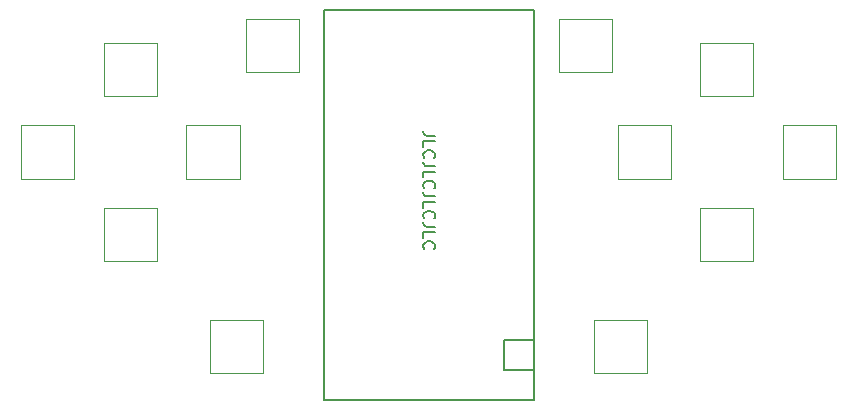
<source format=gto>
G04 #@! TF.GenerationSoftware,KiCad,Pcbnew,(6.0.8)*
G04 #@! TF.CreationDate,2023-06-20T19:58:12+10:00*
G04 #@! TF.ProjectId,thorny_devil,74686f72-6e79-45f6-9465-76696c2e6b69,rev?*
G04 #@! TF.SameCoordinates,Original*
G04 #@! TF.FileFunction,Legend,Top*
G04 #@! TF.FilePolarity,Positive*
%FSLAX46Y46*%
G04 Gerber Fmt 4.6, Leading zero omitted, Abs format (unit mm)*
G04 Created by KiCad (PCBNEW (6.0.8)) date 2023-06-20 19:58:12*
%MOMM*%
%LPD*%
G01*
G04 APERTURE LIST*
%ADD10C,0.150000*%
%ADD11C,0.120000*%
%ADD12C,1.752600*%
%ADD13R,1.752600X1.752600*%
%ADD14C,0.300000*%
%ADD15C,0.052500*%
%ADD16O,1.600000X1.600000*%
G04 APERTURE END LIST*
D10*
X116547619Y-50380952D02*
X115833333Y-50380952D01*
X115690476Y-50333333D01*
X115595238Y-50238095D01*
X115547619Y-50095238D01*
X115547619Y-50000000D01*
X115547619Y-51333333D02*
X115547619Y-50857142D01*
X116547619Y-50857142D01*
X115642857Y-52238095D02*
X115595238Y-52190476D01*
X115547619Y-52047619D01*
X115547619Y-51952380D01*
X115595238Y-51809523D01*
X115690476Y-51714285D01*
X115785714Y-51666666D01*
X115976190Y-51619047D01*
X116119047Y-51619047D01*
X116309523Y-51666666D01*
X116404761Y-51714285D01*
X116500000Y-51809523D01*
X116547619Y-51952380D01*
X116547619Y-52047619D01*
X116500000Y-52190476D01*
X116452380Y-52238095D01*
X116547619Y-52952380D02*
X115833333Y-52952380D01*
X115690476Y-52904761D01*
X115595238Y-52809523D01*
X115547619Y-52666666D01*
X115547619Y-52571428D01*
X115547619Y-53904761D02*
X115547619Y-53428571D01*
X116547619Y-53428571D01*
X115642857Y-54809523D02*
X115595238Y-54761904D01*
X115547619Y-54619047D01*
X115547619Y-54523809D01*
X115595238Y-54380952D01*
X115690476Y-54285714D01*
X115785714Y-54238095D01*
X115976190Y-54190476D01*
X116119047Y-54190476D01*
X116309523Y-54238095D01*
X116404761Y-54285714D01*
X116500000Y-54380952D01*
X116547619Y-54523809D01*
X116547619Y-54619047D01*
X116500000Y-54761904D01*
X116452380Y-54809523D01*
X116547619Y-55523809D02*
X115833333Y-55523809D01*
X115690476Y-55476190D01*
X115595238Y-55380952D01*
X115547619Y-55238095D01*
X115547619Y-55142857D01*
X115547619Y-56476190D02*
X115547619Y-56000000D01*
X116547619Y-56000000D01*
X115642857Y-57380952D02*
X115595238Y-57333333D01*
X115547619Y-57190476D01*
X115547619Y-57095238D01*
X115595238Y-56952380D01*
X115690476Y-56857142D01*
X115785714Y-56809523D01*
X115976190Y-56761904D01*
X116119047Y-56761904D01*
X116309523Y-56809523D01*
X116404761Y-56857142D01*
X116500000Y-56952380D01*
X116547619Y-57095238D01*
X116547619Y-57190476D01*
X116500000Y-57333333D01*
X116452380Y-57380952D01*
X116547619Y-58095238D02*
X115833333Y-58095238D01*
X115690476Y-58047619D01*
X115595238Y-57952380D01*
X115547619Y-57809523D01*
X115547619Y-57714285D01*
X115547619Y-59047619D02*
X115547619Y-58571428D01*
X116547619Y-58571428D01*
X115642857Y-59952380D02*
X115595238Y-59904761D01*
X115547619Y-59761904D01*
X115547619Y-59666666D01*
X115595238Y-59523809D01*
X115690476Y-59428571D01*
X115785714Y-59380952D01*
X115976190Y-59333333D01*
X116119047Y-59333333D01*
X116309523Y-59380952D01*
X116404761Y-59428571D01*
X116500000Y-59523809D01*
X116547619Y-59666666D01*
X116547619Y-59761904D01*
X116500000Y-59904761D01*
X116452380Y-59952380D01*
X107110000Y-72780000D02*
X124890000Y-72780000D01*
X124890000Y-72780000D02*
X124890000Y-39760000D01*
X107110000Y-39760000D02*
X107110000Y-72780000D01*
X122350000Y-67700000D02*
X124890000Y-67700000D01*
X122350000Y-70240000D02*
X122350000Y-67700000D01*
X124890000Y-39760000D02*
X107110000Y-39760000D01*
X122350000Y-70240000D02*
X124890000Y-70240000D01*
D11*
X139000000Y-47000000D02*
X143500000Y-47000000D01*
X143500000Y-47000000D02*
X143500000Y-42500000D01*
X143500000Y-42500000D02*
X139000000Y-42500000D01*
X139000000Y-42500000D02*
X139000000Y-47000000D01*
X143500000Y-56500000D02*
X139000000Y-56500000D01*
X139000000Y-56500000D02*
X139000000Y-61000000D01*
X139000000Y-61000000D02*
X143500000Y-61000000D01*
X143500000Y-61000000D02*
X143500000Y-56500000D01*
X93000000Y-56500000D02*
X88500000Y-56500000D01*
X88500000Y-56500000D02*
X88500000Y-61000000D01*
X88500000Y-61000000D02*
X93000000Y-61000000D01*
X93000000Y-61000000D02*
X93000000Y-56500000D01*
X136500000Y-54000000D02*
X132000000Y-54000000D01*
X132000000Y-54000000D02*
X132000000Y-49500000D01*
X132000000Y-49500000D02*
X136500000Y-49500000D01*
X136500000Y-49500000D02*
X136500000Y-54000000D01*
X146000000Y-49500000D02*
X150500000Y-49500000D01*
X150500000Y-49500000D02*
X150500000Y-54000000D01*
X150500000Y-54000000D02*
X146000000Y-54000000D01*
X146000000Y-54000000D02*
X146000000Y-49500000D01*
X102000000Y-66000000D02*
X97500000Y-66000000D01*
X97500000Y-66000000D02*
X97500000Y-70500000D01*
X97500000Y-70500000D02*
X102000000Y-70500000D01*
X102000000Y-70500000D02*
X102000000Y-66000000D01*
X88500000Y-47000000D02*
X93000000Y-47000000D01*
X93000000Y-47000000D02*
X93000000Y-42500000D01*
X93000000Y-42500000D02*
X88500000Y-42500000D01*
X88500000Y-42500000D02*
X88500000Y-47000000D01*
X100500000Y-45000000D02*
X105000000Y-45000000D01*
X105000000Y-45000000D02*
X105000000Y-40500000D01*
X105000000Y-40500000D02*
X100500000Y-40500000D01*
X100500000Y-40500000D02*
X100500000Y-45000000D01*
X95500000Y-49500000D02*
X100000000Y-49500000D01*
X100000000Y-49500000D02*
X100000000Y-54000000D01*
X100000000Y-54000000D02*
X95500000Y-54000000D01*
X95500000Y-54000000D02*
X95500000Y-49500000D01*
X86000000Y-54000000D02*
X81500000Y-54000000D01*
X81500000Y-54000000D02*
X81500000Y-49500000D01*
X81500000Y-49500000D02*
X86000000Y-49500000D01*
X86000000Y-49500000D02*
X86000000Y-54000000D01*
X134500000Y-66000000D02*
X130000000Y-66000000D01*
X130000000Y-66000000D02*
X130000000Y-70500000D01*
X130000000Y-70500000D02*
X134500000Y-70500000D01*
X134500000Y-70500000D02*
X134500000Y-66000000D01*
X127000000Y-45000000D02*
X131500000Y-45000000D01*
X131500000Y-45000000D02*
X131500000Y-40500000D01*
X131500000Y-40500000D02*
X127000000Y-40500000D01*
X127000000Y-40500000D02*
X127000000Y-45000000D01*
D12*
X108380000Y-41030000D03*
X108380000Y-43570000D03*
X108380000Y-46110000D03*
X108380000Y-48650000D03*
X108380000Y-51190000D03*
X108380000Y-53730000D03*
X108380000Y-56270000D03*
X108380000Y-58810000D03*
X108380000Y-61350000D03*
X108380000Y-63890000D03*
X108380000Y-66430000D03*
X108380000Y-68970000D03*
X123620000Y-41030000D03*
X123620000Y-43570000D03*
X123620000Y-46110000D03*
X123620000Y-48650000D03*
X123620000Y-51190000D03*
X123620000Y-53730000D03*
X123620000Y-56270000D03*
X123620000Y-58810000D03*
X123620000Y-61350000D03*
X123620000Y-63890000D03*
X123620000Y-66430000D03*
D13*
X123620000Y-68970000D03*
D12*
X141342102Y-65157898D03*
X139546051Y-66953949D03*
X143138154Y-63361846D03*
X137750000Y-68750000D03*
X90657898Y-65157898D03*
X92453949Y-66953949D03*
X94250000Y-68750000D03*
X88861846Y-63361846D03*
%LPC*%
D14*
X95523809Y-58211428D02*
X96285714Y-58211428D01*
X95809523Y-57544761D02*
X95809523Y-59259047D01*
X95904761Y-59449523D01*
X96095238Y-59544761D01*
X96285714Y-59544761D01*
X96952380Y-59544761D02*
X96952380Y-57544761D01*
X97809523Y-59544761D02*
X97809523Y-58497142D01*
X97714285Y-58306666D01*
X97523809Y-58211428D01*
X97238095Y-58211428D01*
X97047619Y-58306666D01*
X96952380Y-58401904D01*
X99047619Y-59544761D02*
X98857142Y-59449523D01*
X98761904Y-59354285D01*
X98666666Y-59163809D01*
X98666666Y-58592380D01*
X98761904Y-58401904D01*
X98857142Y-58306666D01*
X99047619Y-58211428D01*
X99333333Y-58211428D01*
X99523809Y-58306666D01*
X99619047Y-58401904D01*
X99714285Y-58592380D01*
X99714285Y-59163809D01*
X99619047Y-59354285D01*
X99523809Y-59449523D01*
X99333333Y-59544761D01*
X99047619Y-59544761D01*
X100571428Y-59544761D02*
X100571428Y-58211428D01*
X100571428Y-58592380D02*
X100666666Y-58401904D01*
X100761904Y-58306666D01*
X100952380Y-58211428D01*
X101142857Y-58211428D01*
X101809523Y-58211428D02*
X101809523Y-59544761D01*
X101809523Y-58401904D02*
X101904761Y-58306666D01*
X102095238Y-58211428D01*
X102380952Y-58211428D01*
X102571428Y-58306666D01*
X102666666Y-58497142D01*
X102666666Y-59544761D01*
X103428571Y-58211428D02*
X103904761Y-59544761D01*
X104380952Y-58211428D02*
X103904761Y-59544761D01*
X103714285Y-60020952D01*
X103619047Y-60116190D01*
X103428571Y-60211428D01*
X97809523Y-62764761D02*
X97809523Y-60764761D01*
X97809523Y-62669523D02*
X97619047Y-62764761D01*
X97238095Y-62764761D01*
X97047619Y-62669523D01*
X96952380Y-62574285D01*
X96857142Y-62383809D01*
X96857142Y-61812380D01*
X96952380Y-61621904D01*
X97047619Y-61526666D01*
X97238095Y-61431428D01*
X97619047Y-61431428D01*
X97809523Y-61526666D01*
X99523809Y-62669523D02*
X99333333Y-62764761D01*
X98952380Y-62764761D01*
X98761904Y-62669523D01*
X98666666Y-62479047D01*
X98666666Y-61717142D01*
X98761904Y-61526666D01*
X98952380Y-61431428D01*
X99333333Y-61431428D01*
X99523809Y-61526666D01*
X99619047Y-61717142D01*
X99619047Y-61907619D01*
X98666666Y-62098095D01*
X100285714Y-61431428D02*
X100761904Y-62764761D01*
X101238095Y-61431428D01*
X102000000Y-62764761D02*
X102000000Y-61431428D01*
X102000000Y-60764761D02*
X101904761Y-60860000D01*
X102000000Y-60955238D01*
X102095238Y-60860000D01*
X102000000Y-60764761D01*
X102000000Y-60955238D01*
X103238095Y-62764761D02*
X103047619Y-62669523D01*
X102952380Y-62479047D01*
X102952380Y-60764761D01*
X129285714Y-61154761D02*
X129285714Y-59821428D01*
X129285714Y-60202380D02*
X129380952Y-60011904D01*
X129476190Y-59916666D01*
X129666666Y-59821428D01*
X129857142Y-59821428D01*
X131285714Y-61059523D02*
X131095238Y-61154761D01*
X130714285Y-61154761D01*
X130523809Y-61059523D01*
X130428571Y-60869047D01*
X130428571Y-60107142D01*
X130523809Y-59916666D01*
X130714285Y-59821428D01*
X131095238Y-59821428D01*
X131285714Y-59916666D01*
X131380952Y-60107142D01*
X131380952Y-60297619D01*
X130428571Y-60488095D01*
X132047619Y-59821428D02*
X132523809Y-61154761D01*
X133000000Y-59821428D01*
X134809523Y-61154761D02*
X133666666Y-61154761D01*
X134238095Y-61154761D02*
X134238095Y-59154761D01*
X134047619Y-59440476D01*
X133857142Y-59630952D01*
X133666666Y-59726190D01*
D15*
X130035714Y-72226190D02*
X130035714Y-71726190D01*
X130035714Y-71916666D02*
X130083333Y-71892857D01*
X130178571Y-71892857D01*
X130226190Y-71916666D01*
X130250000Y-71940476D01*
X130273809Y-71988095D01*
X130273809Y-72130952D01*
X130250000Y-72178571D01*
X130226190Y-72202380D01*
X130178571Y-72226190D01*
X130083333Y-72226190D01*
X130035714Y-72202380D01*
X130440476Y-71892857D02*
X130559523Y-72226190D01*
X130678571Y-71892857D02*
X130559523Y-72226190D01*
X130511904Y-72345238D01*
X130488095Y-72369047D01*
X130440476Y-72392857D01*
X131464285Y-71892857D02*
X131464285Y-72297619D01*
X131440476Y-72345238D01*
X131416666Y-72369047D01*
X131369047Y-72392857D01*
X131297619Y-72392857D01*
X131250000Y-72369047D01*
X131464285Y-72202380D02*
X131416666Y-72226190D01*
X131321428Y-72226190D01*
X131273809Y-72202380D01*
X131250000Y-72178571D01*
X131226190Y-72130952D01*
X131226190Y-71988095D01*
X131250000Y-71940476D01*
X131273809Y-71916666D01*
X131321428Y-71892857D01*
X131416666Y-71892857D01*
X131464285Y-71916666D01*
X131702380Y-71892857D02*
X131702380Y-72226190D01*
X131702380Y-71940476D02*
X131726190Y-71916666D01*
X131773809Y-71892857D01*
X131845238Y-71892857D01*
X131892857Y-71916666D01*
X131916666Y-71964285D01*
X131916666Y-72226190D01*
X132369047Y-72226190D02*
X132369047Y-71964285D01*
X132345238Y-71916666D01*
X132297619Y-71892857D01*
X132202380Y-71892857D01*
X132154761Y-71916666D01*
X132369047Y-72202380D02*
X132321428Y-72226190D01*
X132202380Y-72226190D01*
X132154761Y-72202380D01*
X132130952Y-72154761D01*
X132130952Y-72107142D01*
X132154761Y-72059523D01*
X132202380Y-72035714D01*
X132321428Y-72035714D01*
X132369047Y-72011904D01*
X132559523Y-71892857D02*
X132654761Y-72226190D01*
X132750000Y-71988095D01*
X132845238Y-72226190D01*
X132940476Y-71892857D01*
X133130952Y-72226190D02*
X133130952Y-71892857D01*
X133130952Y-71940476D02*
X133154761Y-71916666D01*
X133202380Y-71892857D01*
X133273809Y-71892857D01*
X133321428Y-71916666D01*
X133345238Y-71964285D01*
X133345238Y-72226190D01*
X133345238Y-71964285D02*
X133369047Y-71916666D01*
X133416666Y-71892857D01*
X133488095Y-71892857D01*
X133535714Y-71916666D01*
X133559523Y-71964285D01*
X133559523Y-72226190D01*
X134011904Y-72226190D02*
X134011904Y-71964285D01*
X133988095Y-71916666D01*
X133940476Y-71892857D01*
X133845238Y-71892857D01*
X133797619Y-71916666D01*
X134011904Y-72202380D02*
X133964285Y-72226190D01*
X133845238Y-72226190D01*
X133797619Y-72202380D01*
X133773809Y-72154761D01*
X133773809Y-72107142D01*
X133797619Y-72059523D01*
X133845238Y-72035714D01*
X133964285Y-72035714D01*
X134011904Y-72011904D01*
X134250000Y-71892857D02*
X134250000Y-72226190D01*
X134250000Y-71940476D02*
X134273809Y-71916666D01*
X134321428Y-71892857D01*
X134392857Y-71892857D01*
X134440476Y-71916666D01*
X134464285Y-71964285D01*
X134464285Y-72226190D01*
D12*
X108380000Y-41030000D03*
X108380000Y-43570000D03*
X108380000Y-46110000D03*
X108380000Y-48650000D03*
X108380000Y-51190000D03*
X108380000Y-53730000D03*
X108380000Y-56270000D03*
X108380000Y-58810000D03*
X108380000Y-61350000D03*
X108380000Y-63890000D03*
X108380000Y-66430000D03*
X108380000Y-68970000D03*
X123620000Y-41030000D03*
X123620000Y-43570000D03*
X123620000Y-46110000D03*
X123620000Y-48650000D03*
X123620000Y-51190000D03*
X123620000Y-53730000D03*
X123620000Y-56270000D03*
X123620000Y-58810000D03*
X123620000Y-61350000D03*
X123620000Y-63890000D03*
X123620000Y-66430000D03*
D13*
X123620000Y-68970000D03*
D12*
X141342102Y-65157898D03*
X139546051Y-66953949D03*
X143138154Y-63361846D03*
X137750000Y-68750000D03*
X90657898Y-65157898D03*
X92453949Y-66953949D03*
X94250000Y-68750000D03*
X88861846Y-63361846D03*
D16*
X138000000Y-42500000D03*
X144500000Y-42500000D03*
X138000000Y-47000000D03*
X144500000Y-47000000D03*
X138000000Y-61000000D03*
X144500000Y-61000000D03*
X138000000Y-56500000D03*
X144500000Y-56500000D03*
X87500000Y-61000000D03*
X94000000Y-61000000D03*
X94000000Y-56500000D03*
X87500000Y-56500000D03*
X132000000Y-48500000D03*
X132000000Y-55000000D03*
X136500000Y-55000000D03*
X136500000Y-48500000D03*
X150500000Y-55000000D03*
X150500000Y-48500000D03*
X146000000Y-55000000D03*
X146000000Y-48500000D03*
X103000000Y-70500000D03*
X96500000Y-70500000D03*
X103000000Y-66000000D03*
X96500000Y-66000000D03*
X94000000Y-42500000D03*
X87500000Y-42500000D03*
X94000000Y-47000000D03*
X87500000Y-47000000D03*
X106000000Y-40500000D03*
X99500000Y-40500000D03*
X106000000Y-45000000D03*
X99500000Y-45000000D03*
X95500000Y-55000000D03*
X95500000Y-48500000D03*
X100000000Y-48500000D03*
X100000000Y-55000000D03*
X81500000Y-55000000D03*
X81500000Y-48500000D03*
X86000000Y-48500000D03*
X86000000Y-55000000D03*
X129000000Y-70500000D03*
X135500000Y-70500000D03*
X135500000Y-66000000D03*
X129000000Y-66000000D03*
X126000000Y-40500000D03*
X132500000Y-40500000D03*
X132500000Y-45000000D03*
X126000000Y-45000000D03*
M02*

</source>
